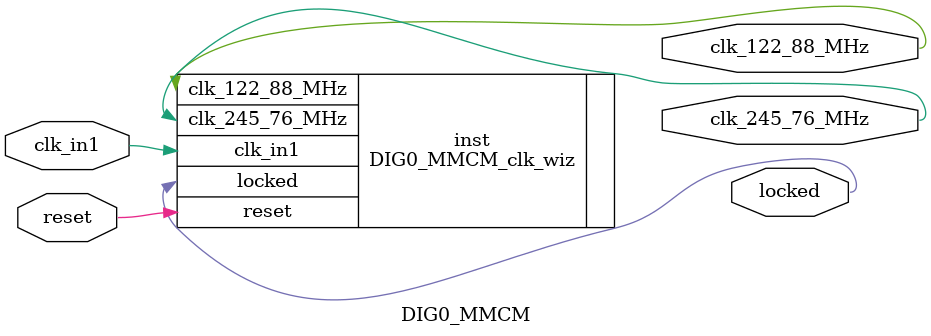
<source format=v>


`timescale 1ps/1ps

(* CORE_GENERATION_INFO = "DIG0_MMCM,clk_wiz_v6_0_3_0_0,{component_name=DIG0_MMCM,use_phase_alignment=true,use_min_o_jitter=false,use_max_i_jitter=false,use_dyn_phase_shift=false,use_inclk_switchover=false,use_dyn_reconfig=false,enable_axi=0,feedback_source=FDBK_AUTO,PRIMITIVE=MMCM,num_out_clk=2,clkin1_period=4.069,clkin2_period=10.0,use_power_down=false,use_reset=true,use_locked=true,use_inclk_stopped=false,feedback_type=SINGLE,CLOCK_MGR_TYPE=NA,manual_override=false}" *)

module DIG0_MMCM 
 (
  // Clock out ports
  output        clk_245_76_MHz,
  output        clk_122_88_MHz,
  // Status and control signals
  input         reset,
  output        locked,
 // Clock in ports
  input         clk_in1
 );

  DIG0_MMCM_clk_wiz inst
  (
  // Clock out ports  
  .clk_245_76_MHz(clk_245_76_MHz),
  .clk_122_88_MHz(clk_122_88_MHz),
  // Status and control signals               
  .reset(reset), 
  .locked(locked),
 // Clock in ports
  .clk_in1(clk_in1)
  );

endmodule

</source>
